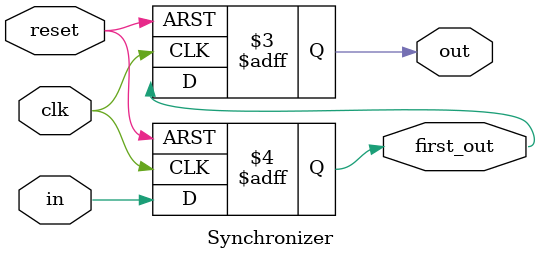
<source format=sv>
`default_nettype none // Strictly enforce all nets to be declared

module Synchronizer(
    input logic clk, reset, in,
    output logic out, first_out
);

    // logic first_out; // output of the first DFF

    always_ff @(posedge clk or posedge reset) begin
        if (reset)
            first_out <= 1'b0; // Reset the first flip-flop output
        else
            first_out <= in; // Capture the input
    end

    always_ff @(posedge clk or posedge reset) begin
        if (reset)
            out <= 1'b0; // Reset the output
        else
            out <= first_out; // Capture the output of the first flip-flop
    end

endmodule // synchronizer
</source>
